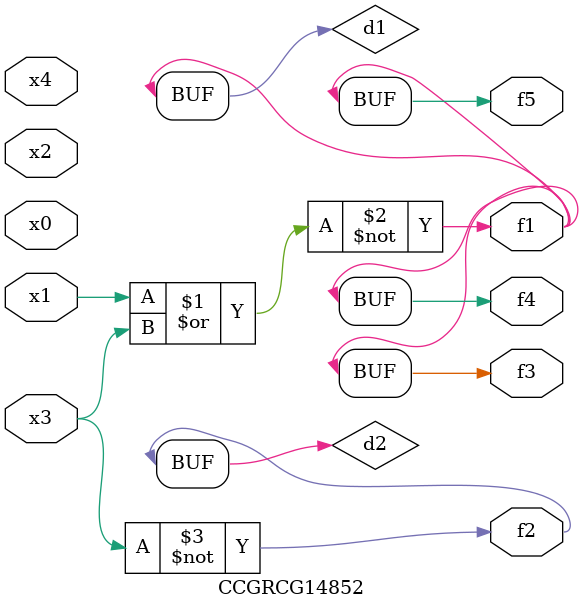
<source format=v>
module CCGRCG14852(
	input x0, x1, x2, x3, x4,
	output f1, f2, f3, f4, f5
);

	wire d1, d2;

	nor (d1, x1, x3);
	not (d2, x3);
	assign f1 = d1;
	assign f2 = d2;
	assign f3 = d1;
	assign f4 = d1;
	assign f5 = d1;
endmodule

</source>
